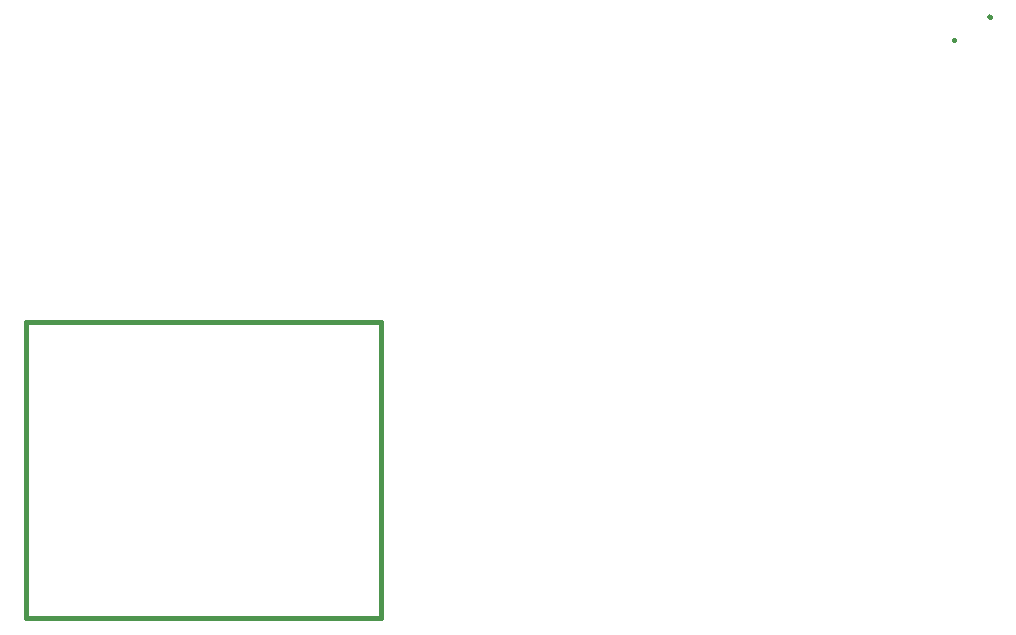
<source format=gm1>
G04 #@! TF.FileFunction,Profile,NP*
%FSLAX46Y46*%
G04 Gerber Fmt 4.6, Leading zero omitted, Abs format (unit mm)*
G04 Created by KiCad (PCBNEW 4.0.0-rc2-stable) date 02/03/2016 18:28:07*
%MOMM*%
G01*
G04 APERTURE LIST*
%ADD10C,0.150000*%
%ADD11C,0.381000*%
G04 APERTURE END LIST*
D10*
D11*
X132000000Y40000000D02*
X102000000Y40000000D01*
X132000000Y15000000D02*
X132000000Y40000000D01*
X102000000Y15000000D02*
X132000000Y15000000D01*
X102000000Y40000000D02*
X102000000Y15000000D01*
X180545666Y63872000D02*
G75*
G03X180545666Y63872000I-1666J0D01*
G01*
X180541500Y63872000D02*
X180546500Y63872000D01*
X180544000Y63874500D02*
X180544000Y63869500D01*
X183545666Y65872000D02*
G75*
G03X183545666Y65872000I-1666J0D01*
G01*
X183541500Y65872000D02*
X183546500Y65872000D01*
X183544000Y65874500D02*
X183544000Y65869500D01*
X183545666Y65872000D02*
G75*
G03X183545666Y65872000I-1666J0D01*
G01*
X183541500Y65872000D02*
X183546500Y65872000D01*
X183544000Y65874500D02*
X183544000Y65869500D01*
M02*

</source>
